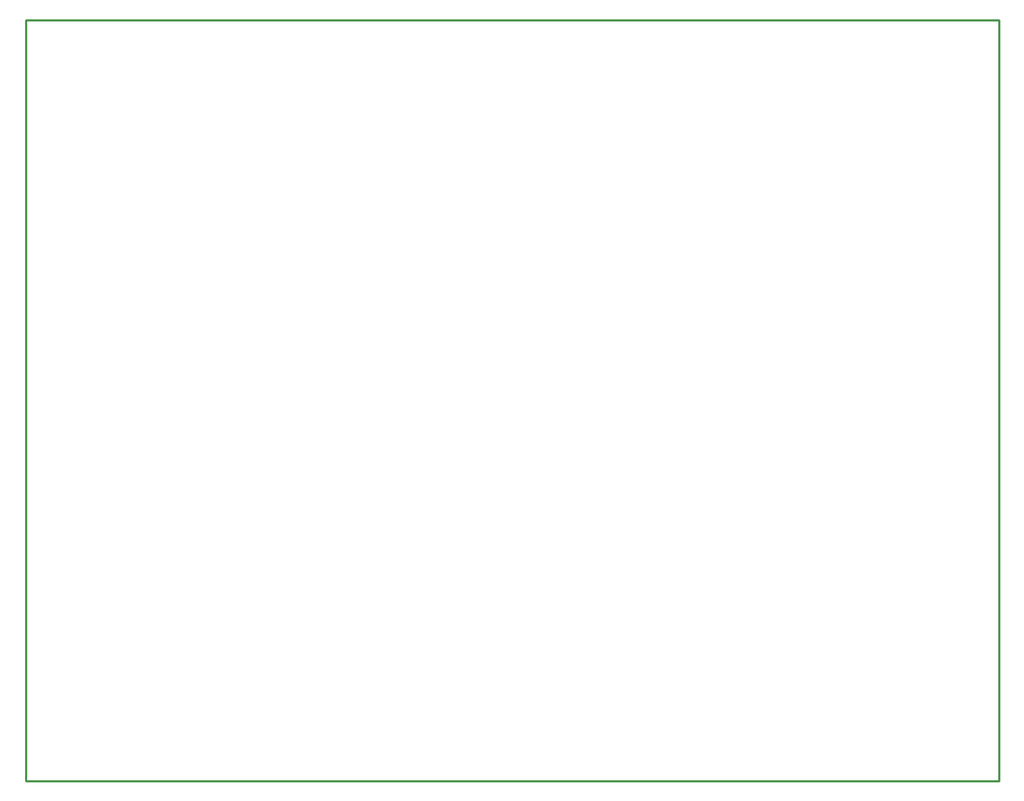
<source format=gbr>
G04 EAGLE Gerber RS-274X export*
G75*
%MOMM*%
%FSLAX34Y34*%
%LPD*%
%IN*%
%IPPOS*%
%AMOC8*
5,1,8,0,0,1.08239X$1,22.5*%
G01*
%ADD10C,0.254000*%


D10*
X-860Y-165D02*
X1149821Y-215D01*
X1149821Y899785D01*
X-761Y899521D01*
X-860Y-165D01*
M02*

</source>
